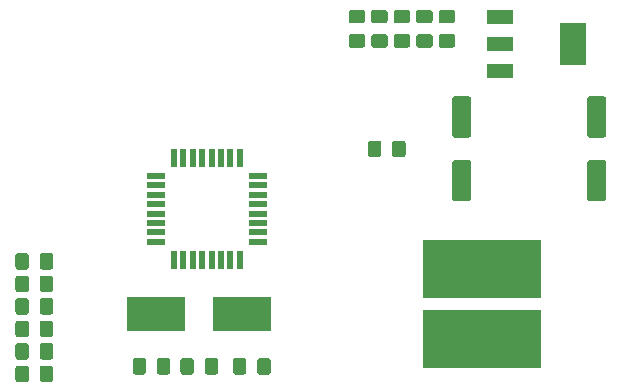
<source format=gbr>
G04 #@! TF.GenerationSoftware,KiCad,Pcbnew,(5.1.5)-3*
G04 #@! TF.CreationDate,2020-05-01T14:03:58+02:00*
G04 #@! TF.ProjectId,Arduino_Uno_R3_From_Scratch,41726475-696e-46f5-9f55-6e6f5f52335f,rev?*
G04 #@! TF.SameCoordinates,Original*
G04 #@! TF.FileFunction,Paste,Top*
G04 #@! TF.FilePolarity,Positive*
%FSLAX46Y46*%
G04 Gerber Fmt 4.6, Leading zero omitted, Abs format (unit mm)*
G04 Created by KiCad (PCBNEW (5.1.5)-3) date 2020-05-01 14:03:58*
%MOMM*%
%LPD*%
G04 APERTURE LIST*
%ADD10C,0.100000*%
%ADD11R,4.900000X3.000000*%
%ADD12R,0.550000X1.500000*%
%ADD13R,1.500000X0.550000*%
%ADD14R,2.200000X3.600000*%
%ADD15R,2.235200X1.219200*%
%ADD16R,10.000000X5.000000*%
G04 APERTURE END LIST*
D10*
G36*
X137119505Y-86296204D02*
G01*
X137143773Y-86299804D01*
X137167572Y-86305765D01*
X137190671Y-86314030D01*
X137212850Y-86324520D01*
X137233893Y-86337132D01*
X137253599Y-86351747D01*
X137271777Y-86368223D01*
X137288253Y-86386401D01*
X137302868Y-86406107D01*
X137315480Y-86427150D01*
X137325970Y-86449329D01*
X137334235Y-86472428D01*
X137340196Y-86496227D01*
X137343796Y-86520495D01*
X137345000Y-86544999D01*
X137345000Y-87445001D01*
X137343796Y-87469505D01*
X137340196Y-87493773D01*
X137334235Y-87517572D01*
X137325970Y-87540671D01*
X137315480Y-87562850D01*
X137302868Y-87583893D01*
X137288253Y-87603599D01*
X137271777Y-87621777D01*
X137253599Y-87638253D01*
X137233893Y-87652868D01*
X137212850Y-87665480D01*
X137190671Y-87675970D01*
X137167572Y-87684235D01*
X137143773Y-87690196D01*
X137119505Y-87693796D01*
X137095001Y-87695000D01*
X136444999Y-87695000D01*
X136420495Y-87693796D01*
X136396227Y-87690196D01*
X136372428Y-87684235D01*
X136349329Y-87675970D01*
X136327150Y-87665480D01*
X136306107Y-87652868D01*
X136286401Y-87638253D01*
X136268223Y-87621777D01*
X136251747Y-87603599D01*
X136237132Y-87583893D01*
X136224520Y-87562850D01*
X136214030Y-87540671D01*
X136205765Y-87517572D01*
X136199804Y-87493773D01*
X136196204Y-87469505D01*
X136195000Y-87445001D01*
X136195000Y-86544999D01*
X136196204Y-86520495D01*
X136199804Y-86496227D01*
X136205765Y-86472428D01*
X136214030Y-86449329D01*
X136224520Y-86427150D01*
X136237132Y-86406107D01*
X136251747Y-86386401D01*
X136268223Y-86368223D01*
X136286401Y-86351747D01*
X136306107Y-86337132D01*
X136327150Y-86324520D01*
X136349329Y-86314030D01*
X136372428Y-86305765D01*
X136396227Y-86299804D01*
X136420495Y-86296204D01*
X136444999Y-86295000D01*
X137095001Y-86295000D01*
X137119505Y-86296204D01*
G37*
G36*
X139169505Y-86296204D02*
G01*
X139193773Y-86299804D01*
X139217572Y-86305765D01*
X139240671Y-86314030D01*
X139262850Y-86324520D01*
X139283893Y-86337132D01*
X139303599Y-86351747D01*
X139321777Y-86368223D01*
X139338253Y-86386401D01*
X139352868Y-86406107D01*
X139365480Y-86427150D01*
X139375970Y-86449329D01*
X139384235Y-86472428D01*
X139390196Y-86496227D01*
X139393796Y-86520495D01*
X139395000Y-86544999D01*
X139395000Y-87445001D01*
X139393796Y-87469505D01*
X139390196Y-87493773D01*
X139384235Y-87517572D01*
X139375970Y-87540671D01*
X139365480Y-87562850D01*
X139352868Y-87583893D01*
X139338253Y-87603599D01*
X139321777Y-87621777D01*
X139303599Y-87638253D01*
X139283893Y-87652868D01*
X139262850Y-87665480D01*
X139240671Y-87675970D01*
X139217572Y-87684235D01*
X139193773Y-87690196D01*
X139169505Y-87693796D01*
X139145001Y-87695000D01*
X138494999Y-87695000D01*
X138470495Y-87693796D01*
X138446227Y-87690196D01*
X138422428Y-87684235D01*
X138399329Y-87675970D01*
X138377150Y-87665480D01*
X138356107Y-87652868D01*
X138336401Y-87638253D01*
X138318223Y-87621777D01*
X138301747Y-87603599D01*
X138287132Y-87583893D01*
X138274520Y-87562850D01*
X138264030Y-87540671D01*
X138255765Y-87517572D01*
X138249804Y-87493773D01*
X138246204Y-87469505D01*
X138245000Y-87445001D01*
X138245000Y-86544999D01*
X138246204Y-86520495D01*
X138249804Y-86496227D01*
X138255765Y-86472428D01*
X138264030Y-86449329D01*
X138274520Y-86427150D01*
X138287132Y-86406107D01*
X138301747Y-86386401D01*
X138318223Y-86368223D01*
X138336401Y-86351747D01*
X138356107Y-86337132D01*
X138377150Y-86324520D01*
X138399329Y-86314030D01*
X138422428Y-86305765D01*
X138446227Y-86299804D01*
X138470495Y-86296204D01*
X138494999Y-86295000D01*
X139145001Y-86295000D01*
X139169505Y-86296204D01*
G37*
G36*
X139169505Y-93916204D02*
G01*
X139193773Y-93919804D01*
X139217572Y-93925765D01*
X139240671Y-93934030D01*
X139262850Y-93944520D01*
X139283893Y-93957132D01*
X139303599Y-93971747D01*
X139321777Y-93988223D01*
X139338253Y-94006401D01*
X139352868Y-94026107D01*
X139365480Y-94047150D01*
X139375970Y-94069329D01*
X139384235Y-94092428D01*
X139390196Y-94116227D01*
X139393796Y-94140495D01*
X139395000Y-94164999D01*
X139395000Y-95065001D01*
X139393796Y-95089505D01*
X139390196Y-95113773D01*
X139384235Y-95137572D01*
X139375970Y-95160671D01*
X139365480Y-95182850D01*
X139352868Y-95203893D01*
X139338253Y-95223599D01*
X139321777Y-95241777D01*
X139303599Y-95258253D01*
X139283893Y-95272868D01*
X139262850Y-95285480D01*
X139240671Y-95295970D01*
X139217572Y-95304235D01*
X139193773Y-95310196D01*
X139169505Y-95313796D01*
X139145001Y-95315000D01*
X138494999Y-95315000D01*
X138470495Y-95313796D01*
X138446227Y-95310196D01*
X138422428Y-95304235D01*
X138399329Y-95295970D01*
X138377150Y-95285480D01*
X138356107Y-95272868D01*
X138336401Y-95258253D01*
X138318223Y-95241777D01*
X138301747Y-95223599D01*
X138287132Y-95203893D01*
X138274520Y-95182850D01*
X138264030Y-95160671D01*
X138255765Y-95137572D01*
X138249804Y-95113773D01*
X138246204Y-95089505D01*
X138245000Y-95065001D01*
X138245000Y-94164999D01*
X138246204Y-94140495D01*
X138249804Y-94116227D01*
X138255765Y-94092428D01*
X138264030Y-94069329D01*
X138274520Y-94047150D01*
X138287132Y-94026107D01*
X138301747Y-94006401D01*
X138318223Y-93988223D01*
X138336401Y-93971747D01*
X138356107Y-93957132D01*
X138377150Y-93944520D01*
X138399329Y-93934030D01*
X138422428Y-93925765D01*
X138446227Y-93919804D01*
X138470495Y-93916204D01*
X138494999Y-93915000D01*
X139145001Y-93915000D01*
X139169505Y-93916204D01*
G37*
G36*
X137119505Y-93916204D02*
G01*
X137143773Y-93919804D01*
X137167572Y-93925765D01*
X137190671Y-93934030D01*
X137212850Y-93944520D01*
X137233893Y-93957132D01*
X137253599Y-93971747D01*
X137271777Y-93988223D01*
X137288253Y-94006401D01*
X137302868Y-94026107D01*
X137315480Y-94047150D01*
X137325970Y-94069329D01*
X137334235Y-94092428D01*
X137340196Y-94116227D01*
X137343796Y-94140495D01*
X137345000Y-94164999D01*
X137345000Y-95065001D01*
X137343796Y-95089505D01*
X137340196Y-95113773D01*
X137334235Y-95137572D01*
X137325970Y-95160671D01*
X137315480Y-95182850D01*
X137302868Y-95203893D01*
X137288253Y-95223599D01*
X137271777Y-95241777D01*
X137253599Y-95258253D01*
X137233893Y-95272868D01*
X137212850Y-95285480D01*
X137190671Y-95295970D01*
X137167572Y-95304235D01*
X137143773Y-95310196D01*
X137119505Y-95313796D01*
X137095001Y-95315000D01*
X136444999Y-95315000D01*
X136420495Y-95313796D01*
X136396227Y-95310196D01*
X136372428Y-95304235D01*
X136349329Y-95295970D01*
X136327150Y-95285480D01*
X136306107Y-95272868D01*
X136286401Y-95258253D01*
X136268223Y-95241777D01*
X136251747Y-95223599D01*
X136237132Y-95203893D01*
X136224520Y-95182850D01*
X136214030Y-95160671D01*
X136205765Y-95137572D01*
X136199804Y-95113773D01*
X136196204Y-95089505D01*
X136195000Y-95065001D01*
X136195000Y-94164999D01*
X136196204Y-94140495D01*
X136199804Y-94116227D01*
X136205765Y-94092428D01*
X136214030Y-94069329D01*
X136224520Y-94047150D01*
X136237132Y-94026107D01*
X136251747Y-94006401D01*
X136268223Y-93988223D01*
X136286401Y-93971747D01*
X136306107Y-93957132D01*
X136327150Y-93944520D01*
X136349329Y-93934030D01*
X136372428Y-93925765D01*
X136396227Y-93919804D01*
X136420495Y-93916204D01*
X136444999Y-93915000D01*
X137095001Y-93915000D01*
X137119505Y-93916204D01*
G37*
G36*
X139169505Y-90106204D02*
G01*
X139193773Y-90109804D01*
X139217572Y-90115765D01*
X139240671Y-90124030D01*
X139262850Y-90134520D01*
X139283893Y-90147132D01*
X139303599Y-90161747D01*
X139321777Y-90178223D01*
X139338253Y-90196401D01*
X139352868Y-90216107D01*
X139365480Y-90237150D01*
X139375970Y-90259329D01*
X139384235Y-90282428D01*
X139390196Y-90306227D01*
X139393796Y-90330495D01*
X139395000Y-90354999D01*
X139395000Y-91255001D01*
X139393796Y-91279505D01*
X139390196Y-91303773D01*
X139384235Y-91327572D01*
X139375970Y-91350671D01*
X139365480Y-91372850D01*
X139352868Y-91393893D01*
X139338253Y-91413599D01*
X139321777Y-91431777D01*
X139303599Y-91448253D01*
X139283893Y-91462868D01*
X139262850Y-91475480D01*
X139240671Y-91485970D01*
X139217572Y-91494235D01*
X139193773Y-91500196D01*
X139169505Y-91503796D01*
X139145001Y-91505000D01*
X138494999Y-91505000D01*
X138470495Y-91503796D01*
X138446227Y-91500196D01*
X138422428Y-91494235D01*
X138399329Y-91485970D01*
X138377150Y-91475480D01*
X138356107Y-91462868D01*
X138336401Y-91448253D01*
X138318223Y-91431777D01*
X138301747Y-91413599D01*
X138287132Y-91393893D01*
X138274520Y-91372850D01*
X138264030Y-91350671D01*
X138255765Y-91327572D01*
X138249804Y-91303773D01*
X138246204Y-91279505D01*
X138245000Y-91255001D01*
X138245000Y-90354999D01*
X138246204Y-90330495D01*
X138249804Y-90306227D01*
X138255765Y-90282428D01*
X138264030Y-90259329D01*
X138274520Y-90237150D01*
X138287132Y-90216107D01*
X138301747Y-90196401D01*
X138318223Y-90178223D01*
X138336401Y-90161747D01*
X138356107Y-90147132D01*
X138377150Y-90134520D01*
X138399329Y-90124030D01*
X138422428Y-90115765D01*
X138446227Y-90109804D01*
X138470495Y-90106204D01*
X138494999Y-90105000D01*
X139145001Y-90105000D01*
X139169505Y-90106204D01*
G37*
G36*
X137119505Y-90106204D02*
G01*
X137143773Y-90109804D01*
X137167572Y-90115765D01*
X137190671Y-90124030D01*
X137212850Y-90134520D01*
X137233893Y-90147132D01*
X137253599Y-90161747D01*
X137271777Y-90178223D01*
X137288253Y-90196401D01*
X137302868Y-90216107D01*
X137315480Y-90237150D01*
X137325970Y-90259329D01*
X137334235Y-90282428D01*
X137340196Y-90306227D01*
X137343796Y-90330495D01*
X137345000Y-90354999D01*
X137345000Y-91255001D01*
X137343796Y-91279505D01*
X137340196Y-91303773D01*
X137334235Y-91327572D01*
X137325970Y-91350671D01*
X137315480Y-91372850D01*
X137302868Y-91393893D01*
X137288253Y-91413599D01*
X137271777Y-91431777D01*
X137253599Y-91448253D01*
X137233893Y-91462868D01*
X137212850Y-91475480D01*
X137190671Y-91485970D01*
X137167572Y-91494235D01*
X137143773Y-91500196D01*
X137119505Y-91503796D01*
X137095001Y-91505000D01*
X136444999Y-91505000D01*
X136420495Y-91503796D01*
X136396227Y-91500196D01*
X136372428Y-91494235D01*
X136349329Y-91485970D01*
X136327150Y-91475480D01*
X136306107Y-91462868D01*
X136286401Y-91448253D01*
X136268223Y-91431777D01*
X136251747Y-91413599D01*
X136237132Y-91393893D01*
X136224520Y-91372850D01*
X136214030Y-91350671D01*
X136205765Y-91327572D01*
X136199804Y-91303773D01*
X136196204Y-91279505D01*
X136195000Y-91255001D01*
X136195000Y-90354999D01*
X136196204Y-90330495D01*
X136199804Y-90306227D01*
X136205765Y-90282428D01*
X136214030Y-90259329D01*
X136224520Y-90237150D01*
X136237132Y-90216107D01*
X136251747Y-90196401D01*
X136268223Y-90178223D01*
X136286401Y-90161747D01*
X136306107Y-90147132D01*
X136327150Y-90134520D01*
X136349329Y-90124030D01*
X136372428Y-90115765D01*
X136396227Y-90109804D01*
X136420495Y-90106204D01*
X136444999Y-90105000D01*
X137095001Y-90105000D01*
X137119505Y-90106204D01*
G37*
G36*
X137119505Y-95821204D02*
G01*
X137143773Y-95824804D01*
X137167572Y-95830765D01*
X137190671Y-95839030D01*
X137212850Y-95849520D01*
X137233893Y-95862132D01*
X137253599Y-95876747D01*
X137271777Y-95893223D01*
X137288253Y-95911401D01*
X137302868Y-95931107D01*
X137315480Y-95952150D01*
X137325970Y-95974329D01*
X137334235Y-95997428D01*
X137340196Y-96021227D01*
X137343796Y-96045495D01*
X137345000Y-96069999D01*
X137345000Y-96970001D01*
X137343796Y-96994505D01*
X137340196Y-97018773D01*
X137334235Y-97042572D01*
X137325970Y-97065671D01*
X137315480Y-97087850D01*
X137302868Y-97108893D01*
X137288253Y-97128599D01*
X137271777Y-97146777D01*
X137253599Y-97163253D01*
X137233893Y-97177868D01*
X137212850Y-97190480D01*
X137190671Y-97200970D01*
X137167572Y-97209235D01*
X137143773Y-97215196D01*
X137119505Y-97218796D01*
X137095001Y-97220000D01*
X136444999Y-97220000D01*
X136420495Y-97218796D01*
X136396227Y-97215196D01*
X136372428Y-97209235D01*
X136349329Y-97200970D01*
X136327150Y-97190480D01*
X136306107Y-97177868D01*
X136286401Y-97163253D01*
X136268223Y-97146777D01*
X136251747Y-97128599D01*
X136237132Y-97108893D01*
X136224520Y-97087850D01*
X136214030Y-97065671D01*
X136205765Y-97042572D01*
X136199804Y-97018773D01*
X136196204Y-96994505D01*
X136195000Y-96970001D01*
X136195000Y-96069999D01*
X136196204Y-96045495D01*
X136199804Y-96021227D01*
X136205765Y-95997428D01*
X136214030Y-95974329D01*
X136224520Y-95952150D01*
X136237132Y-95931107D01*
X136251747Y-95911401D01*
X136268223Y-95893223D01*
X136286401Y-95876747D01*
X136306107Y-95862132D01*
X136327150Y-95849520D01*
X136349329Y-95839030D01*
X136372428Y-95830765D01*
X136396227Y-95824804D01*
X136420495Y-95821204D01*
X136444999Y-95820000D01*
X137095001Y-95820000D01*
X137119505Y-95821204D01*
G37*
G36*
X139169505Y-95821204D02*
G01*
X139193773Y-95824804D01*
X139217572Y-95830765D01*
X139240671Y-95839030D01*
X139262850Y-95849520D01*
X139283893Y-95862132D01*
X139303599Y-95876747D01*
X139321777Y-95893223D01*
X139338253Y-95911401D01*
X139352868Y-95931107D01*
X139365480Y-95952150D01*
X139375970Y-95974329D01*
X139384235Y-95997428D01*
X139390196Y-96021227D01*
X139393796Y-96045495D01*
X139395000Y-96069999D01*
X139395000Y-96970001D01*
X139393796Y-96994505D01*
X139390196Y-97018773D01*
X139384235Y-97042572D01*
X139375970Y-97065671D01*
X139365480Y-97087850D01*
X139352868Y-97108893D01*
X139338253Y-97128599D01*
X139321777Y-97146777D01*
X139303599Y-97163253D01*
X139283893Y-97177868D01*
X139262850Y-97190480D01*
X139240671Y-97200970D01*
X139217572Y-97209235D01*
X139193773Y-97215196D01*
X139169505Y-97218796D01*
X139145001Y-97220000D01*
X138494999Y-97220000D01*
X138470495Y-97218796D01*
X138446227Y-97215196D01*
X138422428Y-97209235D01*
X138399329Y-97200970D01*
X138377150Y-97190480D01*
X138356107Y-97177868D01*
X138336401Y-97163253D01*
X138318223Y-97146777D01*
X138301747Y-97128599D01*
X138287132Y-97108893D01*
X138274520Y-97087850D01*
X138264030Y-97065671D01*
X138255765Y-97042572D01*
X138249804Y-97018773D01*
X138246204Y-96994505D01*
X138245000Y-96970001D01*
X138245000Y-96069999D01*
X138246204Y-96045495D01*
X138249804Y-96021227D01*
X138255765Y-95997428D01*
X138264030Y-95974329D01*
X138274520Y-95952150D01*
X138287132Y-95931107D01*
X138301747Y-95911401D01*
X138318223Y-95893223D01*
X138336401Y-95876747D01*
X138356107Y-95862132D01*
X138377150Y-95849520D01*
X138399329Y-95839030D01*
X138422428Y-95830765D01*
X138446227Y-95824804D01*
X138470495Y-95821204D01*
X138494999Y-95820000D01*
X139145001Y-95820000D01*
X139169505Y-95821204D01*
G37*
G36*
X137119505Y-88201204D02*
G01*
X137143773Y-88204804D01*
X137167572Y-88210765D01*
X137190671Y-88219030D01*
X137212850Y-88229520D01*
X137233893Y-88242132D01*
X137253599Y-88256747D01*
X137271777Y-88273223D01*
X137288253Y-88291401D01*
X137302868Y-88311107D01*
X137315480Y-88332150D01*
X137325970Y-88354329D01*
X137334235Y-88377428D01*
X137340196Y-88401227D01*
X137343796Y-88425495D01*
X137345000Y-88449999D01*
X137345000Y-89350001D01*
X137343796Y-89374505D01*
X137340196Y-89398773D01*
X137334235Y-89422572D01*
X137325970Y-89445671D01*
X137315480Y-89467850D01*
X137302868Y-89488893D01*
X137288253Y-89508599D01*
X137271777Y-89526777D01*
X137253599Y-89543253D01*
X137233893Y-89557868D01*
X137212850Y-89570480D01*
X137190671Y-89580970D01*
X137167572Y-89589235D01*
X137143773Y-89595196D01*
X137119505Y-89598796D01*
X137095001Y-89600000D01*
X136444999Y-89600000D01*
X136420495Y-89598796D01*
X136396227Y-89595196D01*
X136372428Y-89589235D01*
X136349329Y-89580970D01*
X136327150Y-89570480D01*
X136306107Y-89557868D01*
X136286401Y-89543253D01*
X136268223Y-89526777D01*
X136251747Y-89508599D01*
X136237132Y-89488893D01*
X136224520Y-89467850D01*
X136214030Y-89445671D01*
X136205765Y-89422572D01*
X136199804Y-89398773D01*
X136196204Y-89374505D01*
X136195000Y-89350001D01*
X136195000Y-88449999D01*
X136196204Y-88425495D01*
X136199804Y-88401227D01*
X136205765Y-88377428D01*
X136214030Y-88354329D01*
X136224520Y-88332150D01*
X136237132Y-88311107D01*
X136251747Y-88291401D01*
X136268223Y-88273223D01*
X136286401Y-88256747D01*
X136306107Y-88242132D01*
X136327150Y-88229520D01*
X136349329Y-88219030D01*
X136372428Y-88210765D01*
X136396227Y-88204804D01*
X136420495Y-88201204D01*
X136444999Y-88200000D01*
X137095001Y-88200000D01*
X137119505Y-88201204D01*
G37*
G36*
X139169505Y-88201204D02*
G01*
X139193773Y-88204804D01*
X139217572Y-88210765D01*
X139240671Y-88219030D01*
X139262850Y-88229520D01*
X139283893Y-88242132D01*
X139303599Y-88256747D01*
X139321777Y-88273223D01*
X139338253Y-88291401D01*
X139352868Y-88311107D01*
X139365480Y-88332150D01*
X139375970Y-88354329D01*
X139384235Y-88377428D01*
X139390196Y-88401227D01*
X139393796Y-88425495D01*
X139395000Y-88449999D01*
X139395000Y-89350001D01*
X139393796Y-89374505D01*
X139390196Y-89398773D01*
X139384235Y-89422572D01*
X139375970Y-89445671D01*
X139365480Y-89467850D01*
X139352868Y-89488893D01*
X139338253Y-89508599D01*
X139321777Y-89526777D01*
X139303599Y-89543253D01*
X139283893Y-89557868D01*
X139262850Y-89570480D01*
X139240671Y-89580970D01*
X139217572Y-89589235D01*
X139193773Y-89595196D01*
X139169505Y-89598796D01*
X139145001Y-89600000D01*
X138494999Y-89600000D01*
X138470495Y-89598796D01*
X138446227Y-89595196D01*
X138422428Y-89589235D01*
X138399329Y-89580970D01*
X138377150Y-89570480D01*
X138356107Y-89557868D01*
X138336401Y-89543253D01*
X138318223Y-89526777D01*
X138301747Y-89508599D01*
X138287132Y-89488893D01*
X138274520Y-89467850D01*
X138264030Y-89445671D01*
X138255765Y-89422572D01*
X138249804Y-89398773D01*
X138246204Y-89374505D01*
X138245000Y-89350001D01*
X138245000Y-88449999D01*
X138246204Y-88425495D01*
X138249804Y-88401227D01*
X138255765Y-88377428D01*
X138264030Y-88354329D01*
X138274520Y-88332150D01*
X138287132Y-88311107D01*
X138301747Y-88291401D01*
X138318223Y-88273223D01*
X138336401Y-88256747D01*
X138356107Y-88242132D01*
X138377150Y-88229520D01*
X138399329Y-88219030D01*
X138422428Y-88210765D01*
X138446227Y-88204804D01*
X138470495Y-88201204D01*
X138494999Y-88200000D01*
X139145001Y-88200000D01*
X139169505Y-88201204D01*
G37*
G36*
X137119505Y-92011204D02*
G01*
X137143773Y-92014804D01*
X137167572Y-92020765D01*
X137190671Y-92029030D01*
X137212850Y-92039520D01*
X137233893Y-92052132D01*
X137253599Y-92066747D01*
X137271777Y-92083223D01*
X137288253Y-92101401D01*
X137302868Y-92121107D01*
X137315480Y-92142150D01*
X137325970Y-92164329D01*
X137334235Y-92187428D01*
X137340196Y-92211227D01*
X137343796Y-92235495D01*
X137345000Y-92259999D01*
X137345000Y-93160001D01*
X137343796Y-93184505D01*
X137340196Y-93208773D01*
X137334235Y-93232572D01*
X137325970Y-93255671D01*
X137315480Y-93277850D01*
X137302868Y-93298893D01*
X137288253Y-93318599D01*
X137271777Y-93336777D01*
X137253599Y-93353253D01*
X137233893Y-93367868D01*
X137212850Y-93380480D01*
X137190671Y-93390970D01*
X137167572Y-93399235D01*
X137143773Y-93405196D01*
X137119505Y-93408796D01*
X137095001Y-93410000D01*
X136444999Y-93410000D01*
X136420495Y-93408796D01*
X136396227Y-93405196D01*
X136372428Y-93399235D01*
X136349329Y-93390970D01*
X136327150Y-93380480D01*
X136306107Y-93367868D01*
X136286401Y-93353253D01*
X136268223Y-93336777D01*
X136251747Y-93318599D01*
X136237132Y-93298893D01*
X136224520Y-93277850D01*
X136214030Y-93255671D01*
X136205765Y-93232572D01*
X136199804Y-93208773D01*
X136196204Y-93184505D01*
X136195000Y-93160001D01*
X136195000Y-92259999D01*
X136196204Y-92235495D01*
X136199804Y-92211227D01*
X136205765Y-92187428D01*
X136214030Y-92164329D01*
X136224520Y-92142150D01*
X136237132Y-92121107D01*
X136251747Y-92101401D01*
X136268223Y-92083223D01*
X136286401Y-92066747D01*
X136306107Y-92052132D01*
X136327150Y-92039520D01*
X136349329Y-92029030D01*
X136372428Y-92020765D01*
X136396227Y-92014804D01*
X136420495Y-92011204D01*
X136444999Y-92010000D01*
X137095001Y-92010000D01*
X137119505Y-92011204D01*
G37*
G36*
X139169505Y-92011204D02*
G01*
X139193773Y-92014804D01*
X139217572Y-92020765D01*
X139240671Y-92029030D01*
X139262850Y-92039520D01*
X139283893Y-92052132D01*
X139303599Y-92066747D01*
X139321777Y-92083223D01*
X139338253Y-92101401D01*
X139352868Y-92121107D01*
X139365480Y-92142150D01*
X139375970Y-92164329D01*
X139384235Y-92187428D01*
X139390196Y-92211227D01*
X139393796Y-92235495D01*
X139395000Y-92259999D01*
X139395000Y-93160001D01*
X139393796Y-93184505D01*
X139390196Y-93208773D01*
X139384235Y-93232572D01*
X139375970Y-93255671D01*
X139365480Y-93277850D01*
X139352868Y-93298893D01*
X139338253Y-93318599D01*
X139321777Y-93336777D01*
X139303599Y-93353253D01*
X139283893Y-93367868D01*
X139262850Y-93380480D01*
X139240671Y-93390970D01*
X139217572Y-93399235D01*
X139193773Y-93405196D01*
X139169505Y-93408796D01*
X139145001Y-93410000D01*
X138494999Y-93410000D01*
X138470495Y-93408796D01*
X138446227Y-93405196D01*
X138422428Y-93399235D01*
X138399329Y-93390970D01*
X138377150Y-93380480D01*
X138356107Y-93367868D01*
X138336401Y-93353253D01*
X138318223Y-93336777D01*
X138301747Y-93318599D01*
X138287132Y-93298893D01*
X138274520Y-93277850D01*
X138264030Y-93255671D01*
X138255765Y-93232572D01*
X138249804Y-93208773D01*
X138246204Y-93184505D01*
X138245000Y-93160001D01*
X138245000Y-92259999D01*
X138246204Y-92235495D01*
X138249804Y-92211227D01*
X138255765Y-92187428D01*
X138264030Y-92164329D01*
X138274520Y-92142150D01*
X138287132Y-92121107D01*
X138301747Y-92101401D01*
X138318223Y-92083223D01*
X138336401Y-92066747D01*
X138356107Y-92052132D01*
X138377150Y-92039520D01*
X138399329Y-92029030D01*
X138422428Y-92020765D01*
X138446227Y-92014804D01*
X138470495Y-92011204D01*
X138494999Y-92010000D01*
X139145001Y-92010000D01*
X139169505Y-92011204D01*
G37*
D11*
X148115000Y-91440000D03*
X155415000Y-91440000D03*
D10*
G36*
X151089505Y-95186204D02*
G01*
X151113773Y-95189804D01*
X151137572Y-95195765D01*
X151160671Y-95204030D01*
X151182850Y-95214520D01*
X151203893Y-95227132D01*
X151223599Y-95241747D01*
X151241777Y-95258223D01*
X151258253Y-95276401D01*
X151272868Y-95296107D01*
X151285480Y-95317150D01*
X151295970Y-95339329D01*
X151304235Y-95362428D01*
X151310196Y-95386227D01*
X151313796Y-95410495D01*
X151315000Y-95434999D01*
X151315000Y-96335001D01*
X151313796Y-96359505D01*
X151310196Y-96383773D01*
X151304235Y-96407572D01*
X151295970Y-96430671D01*
X151285480Y-96452850D01*
X151272868Y-96473893D01*
X151258253Y-96493599D01*
X151241777Y-96511777D01*
X151223599Y-96528253D01*
X151203893Y-96542868D01*
X151182850Y-96555480D01*
X151160671Y-96565970D01*
X151137572Y-96574235D01*
X151113773Y-96580196D01*
X151089505Y-96583796D01*
X151065001Y-96585000D01*
X150414999Y-96585000D01*
X150390495Y-96583796D01*
X150366227Y-96580196D01*
X150342428Y-96574235D01*
X150319329Y-96565970D01*
X150297150Y-96555480D01*
X150276107Y-96542868D01*
X150256401Y-96528253D01*
X150238223Y-96511777D01*
X150221747Y-96493599D01*
X150207132Y-96473893D01*
X150194520Y-96452850D01*
X150184030Y-96430671D01*
X150175765Y-96407572D01*
X150169804Y-96383773D01*
X150166204Y-96359505D01*
X150165000Y-96335001D01*
X150165000Y-95434999D01*
X150166204Y-95410495D01*
X150169804Y-95386227D01*
X150175765Y-95362428D01*
X150184030Y-95339329D01*
X150194520Y-95317150D01*
X150207132Y-95296107D01*
X150221747Y-95276401D01*
X150238223Y-95258223D01*
X150256401Y-95241747D01*
X150276107Y-95227132D01*
X150297150Y-95214520D01*
X150319329Y-95204030D01*
X150342428Y-95195765D01*
X150366227Y-95189804D01*
X150390495Y-95186204D01*
X150414999Y-95185000D01*
X151065001Y-95185000D01*
X151089505Y-95186204D01*
G37*
G36*
X153139505Y-95186204D02*
G01*
X153163773Y-95189804D01*
X153187572Y-95195765D01*
X153210671Y-95204030D01*
X153232850Y-95214520D01*
X153253893Y-95227132D01*
X153273599Y-95241747D01*
X153291777Y-95258223D01*
X153308253Y-95276401D01*
X153322868Y-95296107D01*
X153335480Y-95317150D01*
X153345970Y-95339329D01*
X153354235Y-95362428D01*
X153360196Y-95386227D01*
X153363796Y-95410495D01*
X153365000Y-95434999D01*
X153365000Y-96335001D01*
X153363796Y-96359505D01*
X153360196Y-96383773D01*
X153354235Y-96407572D01*
X153345970Y-96430671D01*
X153335480Y-96452850D01*
X153322868Y-96473893D01*
X153308253Y-96493599D01*
X153291777Y-96511777D01*
X153273599Y-96528253D01*
X153253893Y-96542868D01*
X153232850Y-96555480D01*
X153210671Y-96565970D01*
X153187572Y-96574235D01*
X153163773Y-96580196D01*
X153139505Y-96583796D01*
X153115001Y-96585000D01*
X152464999Y-96585000D01*
X152440495Y-96583796D01*
X152416227Y-96580196D01*
X152392428Y-96574235D01*
X152369329Y-96565970D01*
X152347150Y-96555480D01*
X152326107Y-96542868D01*
X152306401Y-96528253D01*
X152288223Y-96511777D01*
X152271747Y-96493599D01*
X152257132Y-96473893D01*
X152244520Y-96452850D01*
X152234030Y-96430671D01*
X152225765Y-96407572D01*
X152219804Y-96383773D01*
X152216204Y-96359505D01*
X152215000Y-96335001D01*
X152215000Y-95434999D01*
X152216204Y-95410495D01*
X152219804Y-95386227D01*
X152225765Y-95362428D01*
X152234030Y-95339329D01*
X152244520Y-95317150D01*
X152257132Y-95296107D01*
X152271747Y-95276401D01*
X152288223Y-95258223D01*
X152306401Y-95241747D01*
X152326107Y-95227132D01*
X152347150Y-95214520D01*
X152369329Y-95204030D01*
X152392428Y-95195765D01*
X152416227Y-95189804D01*
X152440495Y-95186204D01*
X152464999Y-95185000D01*
X153115001Y-95185000D01*
X153139505Y-95186204D01*
G37*
G36*
X147034505Y-95186204D02*
G01*
X147058773Y-95189804D01*
X147082572Y-95195765D01*
X147105671Y-95204030D01*
X147127850Y-95214520D01*
X147148893Y-95227132D01*
X147168599Y-95241747D01*
X147186777Y-95258223D01*
X147203253Y-95276401D01*
X147217868Y-95296107D01*
X147230480Y-95317150D01*
X147240970Y-95339329D01*
X147249235Y-95362428D01*
X147255196Y-95386227D01*
X147258796Y-95410495D01*
X147260000Y-95434999D01*
X147260000Y-96335001D01*
X147258796Y-96359505D01*
X147255196Y-96383773D01*
X147249235Y-96407572D01*
X147240970Y-96430671D01*
X147230480Y-96452850D01*
X147217868Y-96473893D01*
X147203253Y-96493599D01*
X147186777Y-96511777D01*
X147168599Y-96528253D01*
X147148893Y-96542868D01*
X147127850Y-96555480D01*
X147105671Y-96565970D01*
X147082572Y-96574235D01*
X147058773Y-96580196D01*
X147034505Y-96583796D01*
X147010001Y-96585000D01*
X146359999Y-96585000D01*
X146335495Y-96583796D01*
X146311227Y-96580196D01*
X146287428Y-96574235D01*
X146264329Y-96565970D01*
X146242150Y-96555480D01*
X146221107Y-96542868D01*
X146201401Y-96528253D01*
X146183223Y-96511777D01*
X146166747Y-96493599D01*
X146152132Y-96473893D01*
X146139520Y-96452850D01*
X146129030Y-96430671D01*
X146120765Y-96407572D01*
X146114804Y-96383773D01*
X146111204Y-96359505D01*
X146110000Y-96335001D01*
X146110000Y-95434999D01*
X146111204Y-95410495D01*
X146114804Y-95386227D01*
X146120765Y-95362428D01*
X146129030Y-95339329D01*
X146139520Y-95317150D01*
X146152132Y-95296107D01*
X146166747Y-95276401D01*
X146183223Y-95258223D01*
X146201401Y-95241747D01*
X146221107Y-95227132D01*
X146242150Y-95214520D01*
X146264329Y-95204030D01*
X146287428Y-95195765D01*
X146311227Y-95189804D01*
X146335495Y-95186204D01*
X146359999Y-95185000D01*
X147010001Y-95185000D01*
X147034505Y-95186204D01*
G37*
G36*
X149084505Y-95186204D02*
G01*
X149108773Y-95189804D01*
X149132572Y-95195765D01*
X149155671Y-95204030D01*
X149177850Y-95214520D01*
X149198893Y-95227132D01*
X149218599Y-95241747D01*
X149236777Y-95258223D01*
X149253253Y-95276401D01*
X149267868Y-95296107D01*
X149280480Y-95317150D01*
X149290970Y-95339329D01*
X149299235Y-95362428D01*
X149305196Y-95386227D01*
X149308796Y-95410495D01*
X149310000Y-95434999D01*
X149310000Y-96335001D01*
X149308796Y-96359505D01*
X149305196Y-96383773D01*
X149299235Y-96407572D01*
X149290970Y-96430671D01*
X149280480Y-96452850D01*
X149267868Y-96473893D01*
X149253253Y-96493599D01*
X149236777Y-96511777D01*
X149218599Y-96528253D01*
X149198893Y-96542868D01*
X149177850Y-96555480D01*
X149155671Y-96565970D01*
X149132572Y-96574235D01*
X149108773Y-96580196D01*
X149084505Y-96583796D01*
X149060001Y-96585000D01*
X148409999Y-96585000D01*
X148385495Y-96583796D01*
X148361227Y-96580196D01*
X148337428Y-96574235D01*
X148314329Y-96565970D01*
X148292150Y-96555480D01*
X148271107Y-96542868D01*
X148251401Y-96528253D01*
X148233223Y-96511777D01*
X148216747Y-96493599D01*
X148202132Y-96473893D01*
X148189520Y-96452850D01*
X148179030Y-96430671D01*
X148170765Y-96407572D01*
X148164804Y-96383773D01*
X148161204Y-96359505D01*
X148160000Y-96335001D01*
X148160000Y-95434999D01*
X148161204Y-95410495D01*
X148164804Y-95386227D01*
X148170765Y-95362428D01*
X148179030Y-95339329D01*
X148189520Y-95317150D01*
X148202132Y-95296107D01*
X148216747Y-95276401D01*
X148233223Y-95258223D01*
X148251401Y-95241747D01*
X148271107Y-95227132D01*
X148292150Y-95214520D01*
X148314329Y-95204030D01*
X148337428Y-95195765D01*
X148361227Y-95189804D01*
X148385495Y-95186204D01*
X148409999Y-95185000D01*
X149060001Y-95185000D01*
X149084505Y-95186204D01*
G37*
G36*
X157584505Y-95186204D02*
G01*
X157608773Y-95189804D01*
X157632572Y-95195765D01*
X157655671Y-95204030D01*
X157677850Y-95214520D01*
X157698893Y-95227132D01*
X157718599Y-95241747D01*
X157736777Y-95258223D01*
X157753253Y-95276401D01*
X157767868Y-95296107D01*
X157780480Y-95317150D01*
X157790970Y-95339329D01*
X157799235Y-95362428D01*
X157805196Y-95386227D01*
X157808796Y-95410495D01*
X157810000Y-95434999D01*
X157810000Y-96335001D01*
X157808796Y-96359505D01*
X157805196Y-96383773D01*
X157799235Y-96407572D01*
X157790970Y-96430671D01*
X157780480Y-96452850D01*
X157767868Y-96473893D01*
X157753253Y-96493599D01*
X157736777Y-96511777D01*
X157718599Y-96528253D01*
X157698893Y-96542868D01*
X157677850Y-96555480D01*
X157655671Y-96565970D01*
X157632572Y-96574235D01*
X157608773Y-96580196D01*
X157584505Y-96583796D01*
X157560001Y-96585000D01*
X156909999Y-96585000D01*
X156885495Y-96583796D01*
X156861227Y-96580196D01*
X156837428Y-96574235D01*
X156814329Y-96565970D01*
X156792150Y-96555480D01*
X156771107Y-96542868D01*
X156751401Y-96528253D01*
X156733223Y-96511777D01*
X156716747Y-96493599D01*
X156702132Y-96473893D01*
X156689520Y-96452850D01*
X156679030Y-96430671D01*
X156670765Y-96407572D01*
X156664804Y-96383773D01*
X156661204Y-96359505D01*
X156660000Y-96335001D01*
X156660000Y-95434999D01*
X156661204Y-95410495D01*
X156664804Y-95386227D01*
X156670765Y-95362428D01*
X156679030Y-95339329D01*
X156689520Y-95317150D01*
X156702132Y-95296107D01*
X156716747Y-95276401D01*
X156733223Y-95258223D01*
X156751401Y-95241747D01*
X156771107Y-95227132D01*
X156792150Y-95214520D01*
X156814329Y-95204030D01*
X156837428Y-95195765D01*
X156861227Y-95189804D01*
X156885495Y-95186204D01*
X156909999Y-95185000D01*
X157560001Y-95185000D01*
X157584505Y-95186204D01*
G37*
G36*
X155534505Y-95186204D02*
G01*
X155558773Y-95189804D01*
X155582572Y-95195765D01*
X155605671Y-95204030D01*
X155627850Y-95214520D01*
X155648893Y-95227132D01*
X155668599Y-95241747D01*
X155686777Y-95258223D01*
X155703253Y-95276401D01*
X155717868Y-95296107D01*
X155730480Y-95317150D01*
X155740970Y-95339329D01*
X155749235Y-95362428D01*
X155755196Y-95386227D01*
X155758796Y-95410495D01*
X155760000Y-95434999D01*
X155760000Y-96335001D01*
X155758796Y-96359505D01*
X155755196Y-96383773D01*
X155749235Y-96407572D01*
X155740970Y-96430671D01*
X155730480Y-96452850D01*
X155717868Y-96473893D01*
X155703253Y-96493599D01*
X155686777Y-96511777D01*
X155668599Y-96528253D01*
X155648893Y-96542868D01*
X155627850Y-96555480D01*
X155605671Y-96565970D01*
X155582572Y-96574235D01*
X155558773Y-96580196D01*
X155534505Y-96583796D01*
X155510001Y-96585000D01*
X154859999Y-96585000D01*
X154835495Y-96583796D01*
X154811227Y-96580196D01*
X154787428Y-96574235D01*
X154764329Y-96565970D01*
X154742150Y-96555480D01*
X154721107Y-96542868D01*
X154701401Y-96528253D01*
X154683223Y-96511777D01*
X154666747Y-96493599D01*
X154652132Y-96473893D01*
X154639520Y-96452850D01*
X154629030Y-96430671D01*
X154620765Y-96407572D01*
X154614804Y-96383773D01*
X154611204Y-96359505D01*
X154610000Y-96335001D01*
X154610000Y-95434999D01*
X154611204Y-95410495D01*
X154614804Y-95386227D01*
X154620765Y-95362428D01*
X154629030Y-95339329D01*
X154639520Y-95317150D01*
X154652132Y-95296107D01*
X154666747Y-95276401D01*
X154683223Y-95258223D01*
X154701401Y-95241747D01*
X154721107Y-95227132D01*
X154742150Y-95214520D01*
X154764329Y-95204030D01*
X154787428Y-95195765D01*
X154811227Y-95189804D01*
X154835495Y-95186204D01*
X154859999Y-95185000D01*
X155510001Y-95185000D01*
X155534505Y-95186204D01*
G37*
D12*
X149600000Y-78250000D03*
X150400000Y-78250000D03*
X151200000Y-78250000D03*
X152000000Y-78250000D03*
X152800000Y-78250000D03*
X153600000Y-78250000D03*
X154400000Y-78250000D03*
X155200000Y-78250000D03*
D13*
X156700000Y-79750000D03*
X156700000Y-80550000D03*
X156700000Y-81350000D03*
X156700000Y-82150000D03*
X156700000Y-82950000D03*
X156700000Y-83750000D03*
X156700000Y-84550000D03*
X156700000Y-85350000D03*
D12*
X155200000Y-86850000D03*
X154400000Y-86850000D03*
X153600000Y-86850000D03*
X152800000Y-86850000D03*
X152000000Y-86850000D03*
X151200000Y-86850000D03*
X150400000Y-86850000D03*
X149600000Y-86850000D03*
D13*
X148100000Y-85350000D03*
X148100000Y-84550000D03*
X148100000Y-83750000D03*
X148100000Y-82950000D03*
X148100000Y-82150000D03*
X148100000Y-81350000D03*
X148100000Y-80550000D03*
X148100000Y-79750000D03*
D10*
G36*
X165574505Y-67761204D02*
G01*
X165598773Y-67764804D01*
X165622572Y-67770765D01*
X165645671Y-67779030D01*
X165667850Y-67789520D01*
X165688893Y-67802132D01*
X165708599Y-67816747D01*
X165726777Y-67833223D01*
X165743253Y-67851401D01*
X165757868Y-67871107D01*
X165770480Y-67892150D01*
X165780970Y-67914329D01*
X165789235Y-67937428D01*
X165795196Y-67961227D01*
X165798796Y-67985495D01*
X165800000Y-68009999D01*
X165800000Y-68660001D01*
X165798796Y-68684505D01*
X165795196Y-68708773D01*
X165789235Y-68732572D01*
X165780970Y-68755671D01*
X165770480Y-68777850D01*
X165757868Y-68798893D01*
X165743253Y-68818599D01*
X165726777Y-68836777D01*
X165708599Y-68853253D01*
X165688893Y-68867868D01*
X165667850Y-68880480D01*
X165645671Y-68890970D01*
X165622572Y-68899235D01*
X165598773Y-68905196D01*
X165574505Y-68908796D01*
X165550001Y-68910000D01*
X164649999Y-68910000D01*
X164625495Y-68908796D01*
X164601227Y-68905196D01*
X164577428Y-68899235D01*
X164554329Y-68890970D01*
X164532150Y-68880480D01*
X164511107Y-68867868D01*
X164491401Y-68853253D01*
X164473223Y-68836777D01*
X164456747Y-68818599D01*
X164442132Y-68798893D01*
X164429520Y-68777850D01*
X164419030Y-68755671D01*
X164410765Y-68732572D01*
X164404804Y-68708773D01*
X164401204Y-68684505D01*
X164400000Y-68660001D01*
X164400000Y-68009999D01*
X164401204Y-67985495D01*
X164404804Y-67961227D01*
X164410765Y-67937428D01*
X164419030Y-67914329D01*
X164429520Y-67892150D01*
X164442132Y-67871107D01*
X164456747Y-67851401D01*
X164473223Y-67833223D01*
X164491401Y-67816747D01*
X164511107Y-67802132D01*
X164532150Y-67789520D01*
X164554329Y-67779030D01*
X164577428Y-67770765D01*
X164601227Y-67764804D01*
X164625495Y-67761204D01*
X164649999Y-67760000D01*
X165550001Y-67760000D01*
X165574505Y-67761204D01*
G37*
G36*
X165574505Y-65711204D02*
G01*
X165598773Y-65714804D01*
X165622572Y-65720765D01*
X165645671Y-65729030D01*
X165667850Y-65739520D01*
X165688893Y-65752132D01*
X165708599Y-65766747D01*
X165726777Y-65783223D01*
X165743253Y-65801401D01*
X165757868Y-65821107D01*
X165770480Y-65842150D01*
X165780970Y-65864329D01*
X165789235Y-65887428D01*
X165795196Y-65911227D01*
X165798796Y-65935495D01*
X165800000Y-65959999D01*
X165800000Y-66610001D01*
X165798796Y-66634505D01*
X165795196Y-66658773D01*
X165789235Y-66682572D01*
X165780970Y-66705671D01*
X165770480Y-66727850D01*
X165757868Y-66748893D01*
X165743253Y-66768599D01*
X165726777Y-66786777D01*
X165708599Y-66803253D01*
X165688893Y-66817868D01*
X165667850Y-66830480D01*
X165645671Y-66840970D01*
X165622572Y-66849235D01*
X165598773Y-66855196D01*
X165574505Y-66858796D01*
X165550001Y-66860000D01*
X164649999Y-66860000D01*
X164625495Y-66858796D01*
X164601227Y-66855196D01*
X164577428Y-66849235D01*
X164554329Y-66840970D01*
X164532150Y-66830480D01*
X164511107Y-66817868D01*
X164491401Y-66803253D01*
X164473223Y-66786777D01*
X164456747Y-66768599D01*
X164442132Y-66748893D01*
X164429520Y-66727850D01*
X164419030Y-66705671D01*
X164410765Y-66682572D01*
X164404804Y-66658773D01*
X164401204Y-66634505D01*
X164400000Y-66610001D01*
X164400000Y-65959999D01*
X164401204Y-65935495D01*
X164404804Y-65911227D01*
X164410765Y-65887428D01*
X164419030Y-65864329D01*
X164429520Y-65842150D01*
X164442132Y-65821107D01*
X164456747Y-65801401D01*
X164473223Y-65783223D01*
X164491401Y-65766747D01*
X164511107Y-65752132D01*
X164532150Y-65739520D01*
X164554329Y-65729030D01*
X164577428Y-65720765D01*
X164601227Y-65714804D01*
X164625495Y-65711204D01*
X164649999Y-65710000D01*
X165550001Y-65710000D01*
X165574505Y-65711204D01*
G37*
G36*
X167479505Y-65711204D02*
G01*
X167503773Y-65714804D01*
X167527572Y-65720765D01*
X167550671Y-65729030D01*
X167572850Y-65739520D01*
X167593893Y-65752132D01*
X167613599Y-65766747D01*
X167631777Y-65783223D01*
X167648253Y-65801401D01*
X167662868Y-65821107D01*
X167675480Y-65842150D01*
X167685970Y-65864329D01*
X167694235Y-65887428D01*
X167700196Y-65911227D01*
X167703796Y-65935495D01*
X167705000Y-65959999D01*
X167705000Y-66610001D01*
X167703796Y-66634505D01*
X167700196Y-66658773D01*
X167694235Y-66682572D01*
X167685970Y-66705671D01*
X167675480Y-66727850D01*
X167662868Y-66748893D01*
X167648253Y-66768599D01*
X167631777Y-66786777D01*
X167613599Y-66803253D01*
X167593893Y-66817868D01*
X167572850Y-66830480D01*
X167550671Y-66840970D01*
X167527572Y-66849235D01*
X167503773Y-66855196D01*
X167479505Y-66858796D01*
X167455001Y-66860000D01*
X166554999Y-66860000D01*
X166530495Y-66858796D01*
X166506227Y-66855196D01*
X166482428Y-66849235D01*
X166459329Y-66840970D01*
X166437150Y-66830480D01*
X166416107Y-66817868D01*
X166396401Y-66803253D01*
X166378223Y-66786777D01*
X166361747Y-66768599D01*
X166347132Y-66748893D01*
X166334520Y-66727850D01*
X166324030Y-66705671D01*
X166315765Y-66682572D01*
X166309804Y-66658773D01*
X166306204Y-66634505D01*
X166305000Y-66610001D01*
X166305000Y-65959999D01*
X166306204Y-65935495D01*
X166309804Y-65911227D01*
X166315765Y-65887428D01*
X166324030Y-65864329D01*
X166334520Y-65842150D01*
X166347132Y-65821107D01*
X166361747Y-65801401D01*
X166378223Y-65783223D01*
X166396401Y-65766747D01*
X166416107Y-65752132D01*
X166437150Y-65739520D01*
X166459329Y-65729030D01*
X166482428Y-65720765D01*
X166506227Y-65714804D01*
X166530495Y-65711204D01*
X166554999Y-65710000D01*
X167455001Y-65710000D01*
X167479505Y-65711204D01*
G37*
G36*
X167479505Y-67761204D02*
G01*
X167503773Y-67764804D01*
X167527572Y-67770765D01*
X167550671Y-67779030D01*
X167572850Y-67789520D01*
X167593893Y-67802132D01*
X167613599Y-67816747D01*
X167631777Y-67833223D01*
X167648253Y-67851401D01*
X167662868Y-67871107D01*
X167675480Y-67892150D01*
X167685970Y-67914329D01*
X167694235Y-67937428D01*
X167700196Y-67961227D01*
X167703796Y-67985495D01*
X167705000Y-68009999D01*
X167705000Y-68660001D01*
X167703796Y-68684505D01*
X167700196Y-68708773D01*
X167694235Y-68732572D01*
X167685970Y-68755671D01*
X167675480Y-68777850D01*
X167662868Y-68798893D01*
X167648253Y-68818599D01*
X167631777Y-68836777D01*
X167613599Y-68853253D01*
X167593893Y-68867868D01*
X167572850Y-68880480D01*
X167550671Y-68890970D01*
X167527572Y-68899235D01*
X167503773Y-68905196D01*
X167479505Y-68908796D01*
X167455001Y-68910000D01*
X166554999Y-68910000D01*
X166530495Y-68908796D01*
X166506227Y-68905196D01*
X166482428Y-68899235D01*
X166459329Y-68890970D01*
X166437150Y-68880480D01*
X166416107Y-68867868D01*
X166396401Y-68853253D01*
X166378223Y-68836777D01*
X166361747Y-68818599D01*
X166347132Y-68798893D01*
X166334520Y-68777850D01*
X166324030Y-68755671D01*
X166315765Y-68732572D01*
X166309804Y-68708773D01*
X166306204Y-68684505D01*
X166305000Y-68660001D01*
X166305000Y-68009999D01*
X166306204Y-67985495D01*
X166309804Y-67961227D01*
X166315765Y-67937428D01*
X166324030Y-67914329D01*
X166334520Y-67892150D01*
X166347132Y-67871107D01*
X166361747Y-67851401D01*
X166378223Y-67833223D01*
X166396401Y-67816747D01*
X166416107Y-67802132D01*
X166437150Y-67789520D01*
X166459329Y-67779030D01*
X166482428Y-67770765D01*
X166506227Y-67764804D01*
X166530495Y-67761204D01*
X166554999Y-67760000D01*
X167455001Y-67760000D01*
X167479505Y-67761204D01*
G37*
G36*
X169384505Y-65711204D02*
G01*
X169408773Y-65714804D01*
X169432572Y-65720765D01*
X169455671Y-65729030D01*
X169477850Y-65739520D01*
X169498893Y-65752132D01*
X169518599Y-65766747D01*
X169536777Y-65783223D01*
X169553253Y-65801401D01*
X169567868Y-65821107D01*
X169580480Y-65842150D01*
X169590970Y-65864329D01*
X169599235Y-65887428D01*
X169605196Y-65911227D01*
X169608796Y-65935495D01*
X169610000Y-65959999D01*
X169610000Y-66610001D01*
X169608796Y-66634505D01*
X169605196Y-66658773D01*
X169599235Y-66682572D01*
X169590970Y-66705671D01*
X169580480Y-66727850D01*
X169567868Y-66748893D01*
X169553253Y-66768599D01*
X169536777Y-66786777D01*
X169518599Y-66803253D01*
X169498893Y-66817868D01*
X169477850Y-66830480D01*
X169455671Y-66840970D01*
X169432572Y-66849235D01*
X169408773Y-66855196D01*
X169384505Y-66858796D01*
X169360001Y-66860000D01*
X168459999Y-66860000D01*
X168435495Y-66858796D01*
X168411227Y-66855196D01*
X168387428Y-66849235D01*
X168364329Y-66840970D01*
X168342150Y-66830480D01*
X168321107Y-66817868D01*
X168301401Y-66803253D01*
X168283223Y-66786777D01*
X168266747Y-66768599D01*
X168252132Y-66748893D01*
X168239520Y-66727850D01*
X168229030Y-66705671D01*
X168220765Y-66682572D01*
X168214804Y-66658773D01*
X168211204Y-66634505D01*
X168210000Y-66610001D01*
X168210000Y-65959999D01*
X168211204Y-65935495D01*
X168214804Y-65911227D01*
X168220765Y-65887428D01*
X168229030Y-65864329D01*
X168239520Y-65842150D01*
X168252132Y-65821107D01*
X168266747Y-65801401D01*
X168283223Y-65783223D01*
X168301401Y-65766747D01*
X168321107Y-65752132D01*
X168342150Y-65739520D01*
X168364329Y-65729030D01*
X168387428Y-65720765D01*
X168411227Y-65714804D01*
X168435495Y-65711204D01*
X168459999Y-65710000D01*
X169360001Y-65710000D01*
X169384505Y-65711204D01*
G37*
G36*
X169384505Y-67761204D02*
G01*
X169408773Y-67764804D01*
X169432572Y-67770765D01*
X169455671Y-67779030D01*
X169477850Y-67789520D01*
X169498893Y-67802132D01*
X169518599Y-67816747D01*
X169536777Y-67833223D01*
X169553253Y-67851401D01*
X169567868Y-67871107D01*
X169580480Y-67892150D01*
X169590970Y-67914329D01*
X169599235Y-67937428D01*
X169605196Y-67961227D01*
X169608796Y-67985495D01*
X169610000Y-68009999D01*
X169610000Y-68660001D01*
X169608796Y-68684505D01*
X169605196Y-68708773D01*
X169599235Y-68732572D01*
X169590970Y-68755671D01*
X169580480Y-68777850D01*
X169567868Y-68798893D01*
X169553253Y-68818599D01*
X169536777Y-68836777D01*
X169518599Y-68853253D01*
X169498893Y-68867868D01*
X169477850Y-68880480D01*
X169455671Y-68890970D01*
X169432572Y-68899235D01*
X169408773Y-68905196D01*
X169384505Y-68908796D01*
X169360001Y-68910000D01*
X168459999Y-68910000D01*
X168435495Y-68908796D01*
X168411227Y-68905196D01*
X168387428Y-68899235D01*
X168364329Y-68890970D01*
X168342150Y-68880480D01*
X168321107Y-68867868D01*
X168301401Y-68853253D01*
X168283223Y-68836777D01*
X168266747Y-68818599D01*
X168252132Y-68798893D01*
X168239520Y-68777850D01*
X168229030Y-68755671D01*
X168220765Y-68732572D01*
X168214804Y-68708773D01*
X168211204Y-68684505D01*
X168210000Y-68660001D01*
X168210000Y-68009999D01*
X168211204Y-67985495D01*
X168214804Y-67961227D01*
X168220765Y-67937428D01*
X168229030Y-67914329D01*
X168239520Y-67892150D01*
X168252132Y-67871107D01*
X168266747Y-67851401D01*
X168283223Y-67833223D01*
X168301401Y-67816747D01*
X168321107Y-67802132D01*
X168342150Y-67789520D01*
X168364329Y-67779030D01*
X168387428Y-67770765D01*
X168411227Y-67764804D01*
X168435495Y-67761204D01*
X168459999Y-67760000D01*
X169360001Y-67760000D01*
X169384505Y-67761204D01*
G37*
D14*
X183439000Y-68580000D03*
D15*
X177241200Y-70891400D03*
X177241200Y-68580000D03*
X177241200Y-66268600D03*
D10*
G36*
X169014505Y-76771204D02*
G01*
X169038773Y-76774804D01*
X169062572Y-76780765D01*
X169085671Y-76789030D01*
X169107850Y-76799520D01*
X169128893Y-76812132D01*
X169148599Y-76826747D01*
X169166777Y-76843223D01*
X169183253Y-76861401D01*
X169197868Y-76881107D01*
X169210480Y-76902150D01*
X169220970Y-76924329D01*
X169229235Y-76947428D01*
X169235196Y-76971227D01*
X169238796Y-76995495D01*
X169240000Y-77019999D01*
X169240000Y-77920001D01*
X169238796Y-77944505D01*
X169235196Y-77968773D01*
X169229235Y-77992572D01*
X169220970Y-78015671D01*
X169210480Y-78037850D01*
X169197868Y-78058893D01*
X169183253Y-78078599D01*
X169166777Y-78096777D01*
X169148599Y-78113253D01*
X169128893Y-78127868D01*
X169107850Y-78140480D01*
X169085671Y-78150970D01*
X169062572Y-78159235D01*
X169038773Y-78165196D01*
X169014505Y-78168796D01*
X168990001Y-78170000D01*
X168339999Y-78170000D01*
X168315495Y-78168796D01*
X168291227Y-78165196D01*
X168267428Y-78159235D01*
X168244329Y-78150970D01*
X168222150Y-78140480D01*
X168201107Y-78127868D01*
X168181401Y-78113253D01*
X168163223Y-78096777D01*
X168146747Y-78078599D01*
X168132132Y-78058893D01*
X168119520Y-78037850D01*
X168109030Y-78015671D01*
X168100765Y-77992572D01*
X168094804Y-77968773D01*
X168091204Y-77944505D01*
X168090000Y-77920001D01*
X168090000Y-77019999D01*
X168091204Y-76995495D01*
X168094804Y-76971227D01*
X168100765Y-76947428D01*
X168109030Y-76924329D01*
X168119520Y-76902150D01*
X168132132Y-76881107D01*
X168146747Y-76861401D01*
X168163223Y-76843223D01*
X168181401Y-76826747D01*
X168201107Y-76812132D01*
X168222150Y-76799520D01*
X168244329Y-76789030D01*
X168267428Y-76780765D01*
X168291227Y-76774804D01*
X168315495Y-76771204D01*
X168339999Y-76770000D01*
X168990001Y-76770000D01*
X169014505Y-76771204D01*
G37*
G36*
X166964505Y-76771204D02*
G01*
X166988773Y-76774804D01*
X167012572Y-76780765D01*
X167035671Y-76789030D01*
X167057850Y-76799520D01*
X167078893Y-76812132D01*
X167098599Y-76826747D01*
X167116777Y-76843223D01*
X167133253Y-76861401D01*
X167147868Y-76881107D01*
X167160480Y-76902150D01*
X167170970Y-76924329D01*
X167179235Y-76947428D01*
X167185196Y-76971227D01*
X167188796Y-76995495D01*
X167190000Y-77019999D01*
X167190000Y-77920001D01*
X167188796Y-77944505D01*
X167185196Y-77968773D01*
X167179235Y-77992572D01*
X167170970Y-78015671D01*
X167160480Y-78037850D01*
X167147868Y-78058893D01*
X167133253Y-78078599D01*
X167116777Y-78096777D01*
X167098599Y-78113253D01*
X167078893Y-78127868D01*
X167057850Y-78140480D01*
X167035671Y-78150970D01*
X167012572Y-78159235D01*
X166988773Y-78165196D01*
X166964505Y-78168796D01*
X166940001Y-78170000D01*
X166289999Y-78170000D01*
X166265495Y-78168796D01*
X166241227Y-78165196D01*
X166217428Y-78159235D01*
X166194329Y-78150970D01*
X166172150Y-78140480D01*
X166151107Y-78127868D01*
X166131401Y-78113253D01*
X166113223Y-78096777D01*
X166096747Y-78078599D01*
X166082132Y-78058893D01*
X166069520Y-78037850D01*
X166059030Y-78015671D01*
X166050765Y-77992572D01*
X166044804Y-77968773D01*
X166041204Y-77944505D01*
X166040000Y-77920001D01*
X166040000Y-77019999D01*
X166041204Y-76995495D01*
X166044804Y-76971227D01*
X166050765Y-76947428D01*
X166059030Y-76924329D01*
X166069520Y-76902150D01*
X166082132Y-76881107D01*
X166096747Y-76861401D01*
X166113223Y-76843223D01*
X166131401Y-76826747D01*
X166151107Y-76812132D01*
X166172150Y-76799520D01*
X166194329Y-76789030D01*
X166217428Y-76780765D01*
X166241227Y-76774804D01*
X166265495Y-76771204D01*
X166289999Y-76770000D01*
X166940001Y-76770000D01*
X166964505Y-76771204D01*
G37*
D16*
X175690000Y-93590000D03*
X175690000Y-87630000D03*
D10*
G36*
X171289505Y-65711204D02*
G01*
X171313773Y-65714804D01*
X171337572Y-65720765D01*
X171360671Y-65729030D01*
X171382850Y-65739520D01*
X171403893Y-65752132D01*
X171423599Y-65766747D01*
X171441777Y-65783223D01*
X171458253Y-65801401D01*
X171472868Y-65821107D01*
X171485480Y-65842150D01*
X171495970Y-65864329D01*
X171504235Y-65887428D01*
X171510196Y-65911227D01*
X171513796Y-65935495D01*
X171515000Y-65959999D01*
X171515000Y-66610001D01*
X171513796Y-66634505D01*
X171510196Y-66658773D01*
X171504235Y-66682572D01*
X171495970Y-66705671D01*
X171485480Y-66727850D01*
X171472868Y-66748893D01*
X171458253Y-66768599D01*
X171441777Y-66786777D01*
X171423599Y-66803253D01*
X171403893Y-66817868D01*
X171382850Y-66830480D01*
X171360671Y-66840970D01*
X171337572Y-66849235D01*
X171313773Y-66855196D01*
X171289505Y-66858796D01*
X171265001Y-66860000D01*
X170364999Y-66860000D01*
X170340495Y-66858796D01*
X170316227Y-66855196D01*
X170292428Y-66849235D01*
X170269329Y-66840970D01*
X170247150Y-66830480D01*
X170226107Y-66817868D01*
X170206401Y-66803253D01*
X170188223Y-66786777D01*
X170171747Y-66768599D01*
X170157132Y-66748893D01*
X170144520Y-66727850D01*
X170134030Y-66705671D01*
X170125765Y-66682572D01*
X170119804Y-66658773D01*
X170116204Y-66634505D01*
X170115000Y-66610001D01*
X170115000Y-65959999D01*
X170116204Y-65935495D01*
X170119804Y-65911227D01*
X170125765Y-65887428D01*
X170134030Y-65864329D01*
X170144520Y-65842150D01*
X170157132Y-65821107D01*
X170171747Y-65801401D01*
X170188223Y-65783223D01*
X170206401Y-65766747D01*
X170226107Y-65752132D01*
X170247150Y-65739520D01*
X170269329Y-65729030D01*
X170292428Y-65720765D01*
X170316227Y-65714804D01*
X170340495Y-65711204D01*
X170364999Y-65710000D01*
X171265001Y-65710000D01*
X171289505Y-65711204D01*
G37*
G36*
X171289505Y-67761204D02*
G01*
X171313773Y-67764804D01*
X171337572Y-67770765D01*
X171360671Y-67779030D01*
X171382850Y-67789520D01*
X171403893Y-67802132D01*
X171423599Y-67816747D01*
X171441777Y-67833223D01*
X171458253Y-67851401D01*
X171472868Y-67871107D01*
X171485480Y-67892150D01*
X171495970Y-67914329D01*
X171504235Y-67937428D01*
X171510196Y-67961227D01*
X171513796Y-67985495D01*
X171515000Y-68009999D01*
X171515000Y-68660001D01*
X171513796Y-68684505D01*
X171510196Y-68708773D01*
X171504235Y-68732572D01*
X171495970Y-68755671D01*
X171485480Y-68777850D01*
X171472868Y-68798893D01*
X171458253Y-68818599D01*
X171441777Y-68836777D01*
X171423599Y-68853253D01*
X171403893Y-68867868D01*
X171382850Y-68880480D01*
X171360671Y-68890970D01*
X171337572Y-68899235D01*
X171313773Y-68905196D01*
X171289505Y-68908796D01*
X171265001Y-68910000D01*
X170364999Y-68910000D01*
X170340495Y-68908796D01*
X170316227Y-68905196D01*
X170292428Y-68899235D01*
X170269329Y-68890970D01*
X170247150Y-68880480D01*
X170226107Y-68867868D01*
X170206401Y-68853253D01*
X170188223Y-68836777D01*
X170171747Y-68818599D01*
X170157132Y-68798893D01*
X170144520Y-68777850D01*
X170134030Y-68755671D01*
X170125765Y-68732572D01*
X170119804Y-68708773D01*
X170116204Y-68684505D01*
X170115000Y-68660001D01*
X170115000Y-68009999D01*
X170116204Y-67985495D01*
X170119804Y-67961227D01*
X170125765Y-67937428D01*
X170134030Y-67914329D01*
X170144520Y-67892150D01*
X170157132Y-67871107D01*
X170171747Y-67851401D01*
X170188223Y-67833223D01*
X170206401Y-67816747D01*
X170226107Y-67802132D01*
X170247150Y-67789520D01*
X170269329Y-67779030D01*
X170292428Y-67770765D01*
X170316227Y-67764804D01*
X170340495Y-67761204D01*
X170364999Y-67760000D01*
X171265001Y-67760000D01*
X171289505Y-67761204D01*
G37*
G36*
X173194505Y-65711204D02*
G01*
X173218773Y-65714804D01*
X173242572Y-65720765D01*
X173265671Y-65729030D01*
X173287850Y-65739520D01*
X173308893Y-65752132D01*
X173328599Y-65766747D01*
X173346777Y-65783223D01*
X173363253Y-65801401D01*
X173377868Y-65821107D01*
X173390480Y-65842150D01*
X173400970Y-65864329D01*
X173409235Y-65887428D01*
X173415196Y-65911227D01*
X173418796Y-65935495D01*
X173420000Y-65959999D01*
X173420000Y-66610001D01*
X173418796Y-66634505D01*
X173415196Y-66658773D01*
X173409235Y-66682572D01*
X173400970Y-66705671D01*
X173390480Y-66727850D01*
X173377868Y-66748893D01*
X173363253Y-66768599D01*
X173346777Y-66786777D01*
X173328599Y-66803253D01*
X173308893Y-66817868D01*
X173287850Y-66830480D01*
X173265671Y-66840970D01*
X173242572Y-66849235D01*
X173218773Y-66855196D01*
X173194505Y-66858796D01*
X173170001Y-66860000D01*
X172269999Y-66860000D01*
X172245495Y-66858796D01*
X172221227Y-66855196D01*
X172197428Y-66849235D01*
X172174329Y-66840970D01*
X172152150Y-66830480D01*
X172131107Y-66817868D01*
X172111401Y-66803253D01*
X172093223Y-66786777D01*
X172076747Y-66768599D01*
X172062132Y-66748893D01*
X172049520Y-66727850D01*
X172039030Y-66705671D01*
X172030765Y-66682572D01*
X172024804Y-66658773D01*
X172021204Y-66634505D01*
X172020000Y-66610001D01*
X172020000Y-65959999D01*
X172021204Y-65935495D01*
X172024804Y-65911227D01*
X172030765Y-65887428D01*
X172039030Y-65864329D01*
X172049520Y-65842150D01*
X172062132Y-65821107D01*
X172076747Y-65801401D01*
X172093223Y-65783223D01*
X172111401Y-65766747D01*
X172131107Y-65752132D01*
X172152150Y-65739520D01*
X172174329Y-65729030D01*
X172197428Y-65720765D01*
X172221227Y-65714804D01*
X172245495Y-65711204D01*
X172269999Y-65710000D01*
X173170001Y-65710000D01*
X173194505Y-65711204D01*
G37*
G36*
X173194505Y-67761204D02*
G01*
X173218773Y-67764804D01*
X173242572Y-67770765D01*
X173265671Y-67779030D01*
X173287850Y-67789520D01*
X173308893Y-67802132D01*
X173328599Y-67816747D01*
X173346777Y-67833223D01*
X173363253Y-67851401D01*
X173377868Y-67871107D01*
X173390480Y-67892150D01*
X173400970Y-67914329D01*
X173409235Y-67937428D01*
X173415196Y-67961227D01*
X173418796Y-67985495D01*
X173420000Y-68009999D01*
X173420000Y-68660001D01*
X173418796Y-68684505D01*
X173415196Y-68708773D01*
X173409235Y-68732572D01*
X173400970Y-68755671D01*
X173390480Y-68777850D01*
X173377868Y-68798893D01*
X173363253Y-68818599D01*
X173346777Y-68836777D01*
X173328599Y-68853253D01*
X173308893Y-68867868D01*
X173287850Y-68880480D01*
X173265671Y-68890970D01*
X173242572Y-68899235D01*
X173218773Y-68905196D01*
X173194505Y-68908796D01*
X173170001Y-68910000D01*
X172269999Y-68910000D01*
X172245495Y-68908796D01*
X172221227Y-68905196D01*
X172197428Y-68899235D01*
X172174329Y-68890970D01*
X172152150Y-68880480D01*
X172131107Y-68867868D01*
X172111401Y-68853253D01*
X172093223Y-68836777D01*
X172076747Y-68818599D01*
X172062132Y-68798893D01*
X172049520Y-68777850D01*
X172039030Y-68755671D01*
X172030765Y-68732572D01*
X172024804Y-68708773D01*
X172021204Y-68684505D01*
X172020000Y-68660001D01*
X172020000Y-68009999D01*
X172021204Y-67985495D01*
X172024804Y-67961227D01*
X172030765Y-67937428D01*
X172039030Y-67914329D01*
X172049520Y-67892150D01*
X172062132Y-67871107D01*
X172076747Y-67851401D01*
X172093223Y-67833223D01*
X172111401Y-67816747D01*
X172131107Y-67802132D01*
X172152150Y-67789520D01*
X172174329Y-67779030D01*
X172197428Y-67770765D01*
X172221227Y-67764804D01*
X172245495Y-67761204D01*
X172269999Y-67760000D01*
X173170001Y-67760000D01*
X173194505Y-67761204D01*
G37*
G36*
X174564504Y-78421204D02*
G01*
X174588773Y-78424804D01*
X174612571Y-78430765D01*
X174635671Y-78439030D01*
X174657849Y-78449520D01*
X174678893Y-78462133D01*
X174698598Y-78476747D01*
X174716777Y-78493223D01*
X174733253Y-78511402D01*
X174747867Y-78531107D01*
X174760480Y-78552151D01*
X174770970Y-78574329D01*
X174779235Y-78597429D01*
X174785196Y-78621227D01*
X174788796Y-78645496D01*
X174790000Y-78670000D01*
X174790000Y-81670000D01*
X174788796Y-81694504D01*
X174785196Y-81718773D01*
X174779235Y-81742571D01*
X174770970Y-81765671D01*
X174760480Y-81787849D01*
X174747867Y-81808893D01*
X174733253Y-81828598D01*
X174716777Y-81846777D01*
X174698598Y-81863253D01*
X174678893Y-81877867D01*
X174657849Y-81890480D01*
X174635671Y-81900970D01*
X174612571Y-81909235D01*
X174588773Y-81915196D01*
X174564504Y-81918796D01*
X174540000Y-81920000D01*
X173440000Y-81920000D01*
X173415496Y-81918796D01*
X173391227Y-81915196D01*
X173367429Y-81909235D01*
X173344329Y-81900970D01*
X173322151Y-81890480D01*
X173301107Y-81877867D01*
X173281402Y-81863253D01*
X173263223Y-81846777D01*
X173246747Y-81828598D01*
X173232133Y-81808893D01*
X173219520Y-81787849D01*
X173209030Y-81765671D01*
X173200765Y-81742571D01*
X173194804Y-81718773D01*
X173191204Y-81694504D01*
X173190000Y-81670000D01*
X173190000Y-78670000D01*
X173191204Y-78645496D01*
X173194804Y-78621227D01*
X173200765Y-78597429D01*
X173209030Y-78574329D01*
X173219520Y-78552151D01*
X173232133Y-78531107D01*
X173246747Y-78511402D01*
X173263223Y-78493223D01*
X173281402Y-78476747D01*
X173301107Y-78462133D01*
X173322151Y-78449520D01*
X173344329Y-78439030D01*
X173367429Y-78430765D01*
X173391227Y-78424804D01*
X173415496Y-78421204D01*
X173440000Y-78420000D01*
X174540000Y-78420000D01*
X174564504Y-78421204D01*
G37*
G36*
X174564504Y-73021204D02*
G01*
X174588773Y-73024804D01*
X174612571Y-73030765D01*
X174635671Y-73039030D01*
X174657849Y-73049520D01*
X174678893Y-73062133D01*
X174698598Y-73076747D01*
X174716777Y-73093223D01*
X174733253Y-73111402D01*
X174747867Y-73131107D01*
X174760480Y-73152151D01*
X174770970Y-73174329D01*
X174779235Y-73197429D01*
X174785196Y-73221227D01*
X174788796Y-73245496D01*
X174790000Y-73270000D01*
X174790000Y-76270000D01*
X174788796Y-76294504D01*
X174785196Y-76318773D01*
X174779235Y-76342571D01*
X174770970Y-76365671D01*
X174760480Y-76387849D01*
X174747867Y-76408893D01*
X174733253Y-76428598D01*
X174716777Y-76446777D01*
X174698598Y-76463253D01*
X174678893Y-76477867D01*
X174657849Y-76490480D01*
X174635671Y-76500970D01*
X174612571Y-76509235D01*
X174588773Y-76515196D01*
X174564504Y-76518796D01*
X174540000Y-76520000D01*
X173440000Y-76520000D01*
X173415496Y-76518796D01*
X173391227Y-76515196D01*
X173367429Y-76509235D01*
X173344329Y-76500970D01*
X173322151Y-76490480D01*
X173301107Y-76477867D01*
X173281402Y-76463253D01*
X173263223Y-76446777D01*
X173246747Y-76428598D01*
X173232133Y-76408893D01*
X173219520Y-76387849D01*
X173209030Y-76365671D01*
X173200765Y-76342571D01*
X173194804Y-76318773D01*
X173191204Y-76294504D01*
X173190000Y-76270000D01*
X173190000Y-73270000D01*
X173191204Y-73245496D01*
X173194804Y-73221227D01*
X173200765Y-73197429D01*
X173209030Y-73174329D01*
X173219520Y-73152151D01*
X173232133Y-73131107D01*
X173246747Y-73111402D01*
X173263223Y-73093223D01*
X173281402Y-73076747D01*
X173301107Y-73062133D01*
X173322151Y-73049520D01*
X173344329Y-73039030D01*
X173367429Y-73030765D01*
X173391227Y-73024804D01*
X173415496Y-73021204D01*
X173440000Y-73020000D01*
X174540000Y-73020000D01*
X174564504Y-73021204D01*
G37*
G36*
X185994504Y-78421204D02*
G01*
X186018773Y-78424804D01*
X186042571Y-78430765D01*
X186065671Y-78439030D01*
X186087849Y-78449520D01*
X186108893Y-78462133D01*
X186128598Y-78476747D01*
X186146777Y-78493223D01*
X186163253Y-78511402D01*
X186177867Y-78531107D01*
X186190480Y-78552151D01*
X186200970Y-78574329D01*
X186209235Y-78597429D01*
X186215196Y-78621227D01*
X186218796Y-78645496D01*
X186220000Y-78670000D01*
X186220000Y-81670000D01*
X186218796Y-81694504D01*
X186215196Y-81718773D01*
X186209235Y-81742571D01*
X186200970Y-81765671D01*
X186190480Y-81787849D01*
X186177867Y-81808893D01*
X186163253Y-81828598D01*
X186146777Y-81846777D01*
X186128598Y-81863253D01*
X186108893Y-81877867D01*
X186087849Y-81890480D01*
X186065671Y-81900970D01*
X186042571Y-81909235D01*
X186018773Y-81915196D01*
X185994504Y-81918796D01*
X185970000Y-81920000D01*
X184870000Y-81920000D01*
X184845496Y-81918796D01*
X184821227Y-81915196D01*
X184797429Y-81909235D01*
X184774329Y-81900970D01*
X184752151Y-81890480D01*
X184731107Y-81877867D01*
X184711402Y-81863253D01*
X184693223Y-81846777D01*
X184676747Y-81828598D01*
X184662133Y-81808893D01*
X184649520Y-81787849D01*
X184639030Y-81765671D01*
X184630765Y-81742571D01*
X184624804Y-81718773D01*
X184621204Y-81694504D01*
X184620000Y-81670000D01*
X184620000Y-78670000D01*
X184621204Y-78645496D01*
X184624804Y-78621227D01*
X184630765Y-78597429D01*
X184639030Y-78574329D01*
X184649520Y-78552151D01*
X184662133Y-78531107D01*
X184676747Y-78511402D01*
X184693223Y-78493223D01*
X184711402Y-78476747D01*
X184731107Y-78462133D01*
X184752151Y-78449520D01*
X184774329Y-78439030D01*
X184797429Y-78430765D01*
X184821227Y-78424804D01*
X184845496Y-78421204D01*
X184870000Y-78420000D01*
X185970000Y-78420000D01*
X185994504Y-78421204D01*
G37*
G36*
X185994504Y-73021204D02*
G01*
X186018773Y-73024804D01*
X186042571Y-73030765D01*
X186065671Y-73039030D01*
X186087849Y-73049520D01*
X186108893Y-73062133D01*
X186128598Y-73076747D01*
X186146777Y-73093223D01*
X186163253Y-73111402D01*
X186177867Y-73131107D01*
X186190480Y-73152151D01*
X186200970Y-73174329D01*
X186209235Y-73197429D01*
X186215196Y-73221227D01*
X186218796Y-73245496D01*
X186220000Y-73270000D01*
X186220000Y-76270000D01*
X186218796Y-76294504D01*
X186215196Y-76318773D01*
X186209235Y-76342571D01*
X186200970Y-76365671D01*
X186190480Y-76387849D01*
X186177867Y-76408893D01*
X186163253Y-76428598D01*
X186146777Y-76446777D01*
X186128598Y-76463253D01*
X186108893Y-76477867D01*
X186087849Y-76490480D01*
X186065671Y-76500970D01*
X186042571Y-76509235D01*
X186018773Y-76515196D01*
X185994504Y-76518796D01*
X185970000Y-76520000D01*
X184870000Y-76520000D01*
X184845496Y-76518796D01*
X184821227Y-76515196D01*
X184797429Y-76509235D01*
X184774329Y-76500970D01*
X184752151Y-76490480D01*
X184731107Y-76477867D01*
X184711402Y-76463253D01*
X184693223Y-76446777D01*
X184676747Y-76428598D01*
X184662133Y-76408893D01*
X184649520Y-76387849D01*
X184639030Y-76365671D01*
X184630765Y-76342571D01*
X184624804Y-76318773D01*
X184621204Y-76294504D01*
X184620000Y-76270000D01*
X184620000Y-73270000D01*
X184621204Y-73245496D01*
X184624804Y-73221227D01*
X184630765Y-73197429D01*
X184639030Y-73174329D01*
X184649520Y-73152151D01*
X184662133Y-73131107D01*
X184676747Y-73111402D01*
X184693223Y-73093223D01*
X184711402Y-73076747D01*
X184731107Y-73062133D01*
X184752151Y-73049520D01*
X184774329Y-73039030D01*
X184797429Y-73030765D01*
X184821227Y-73024804D01*
X184845496Y-73021204D01*
X184870000Y-73020000D01*
X185970000Y-73020000D01*
X185994504Y-73021204D01*
G37*
M02*

</source>
